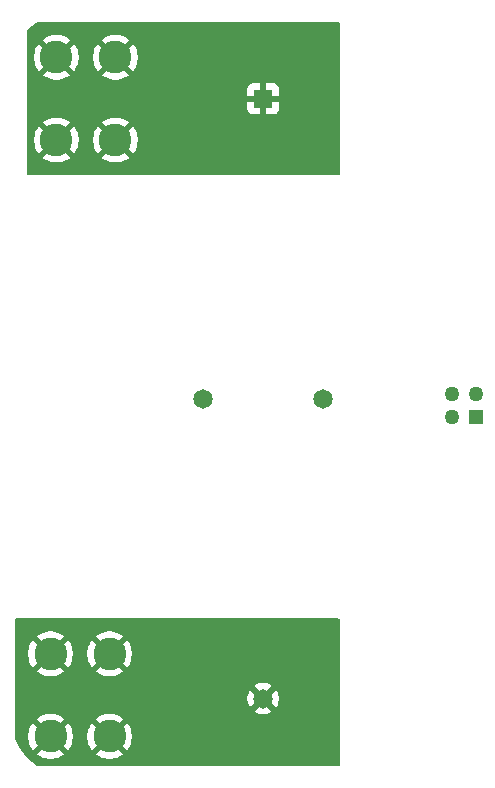
<source format=gbr>
%TF.GenerationSoftware,KiCad,Pcbnew,9.0.1*%
%TF.CreationDate,2025-05-24T18:06:33+02:00*%
%TF.ProjectId,main,6d61696e-2e6b-4696-9361-645f70636258,1.0*%
%TF.SameCoordinates,Original*%
%TF.FileFunction,Copper,L2,Bot*%
%TF.FilePolarity,Positive*%
%FSLAX46Y46*%
G04 Gerber Fmt 4.6, Leading zero omitted, Abs format (unit mm)*
G04 Created by KiCad (PCBNEW 9.0.1) date 2025-05-24 18:06:33*
%MOMM*%
%LPD*%
G01*
G04 APERTURE LIST*
%TA.AperFunction,ComponentPad*%
%ADD10C,2.775000*%
%TD*%
%TA.AperFunction,ComponentPad*%
%ADD11C,1.258000*%
%TD*%
%TA.AperFunction,ComponentPad*%
%ADD12R,1.258000X1.258000*%
%TD*%
%TA.AperFunction,ComponentPad*%
%ADD13R,1.650000X1.650000*%
%TD*%
%TA.AperFunction,ComponentPad*%
%ADD14C,1.650000*%
%TD*%
%TA.AperFunction,ViaPad*%
%ADD15C,0.560000*%
%TD*%
G04 APERTURE END LIST*
D10*
%TO.P,J5,1,Pin_1*%
%TO.N,HV-*%
X159000000Y-54000000D03*
X159000000Y-61000000D03*
X164000000Y-54000000D03*
X164000000Y-61000000D03*
%TD*%
%TO.P,J4,1,Pin_1*%
%TO.N,/HV+_dIscharge_resistors*%
X158500000Y-104500000D03*
X158500000Y-111500000D03*
X163500000Y-104500000D03*
X163500000Y-111500000D03*
%TD*%
D11*
%TO.P,J1,1,Pin_1*%
%TO.N,unconnected-(J1-Pin_1-Pad1)*%
X194500000Y-82500000D03*
%TO.P,J1,2,Pin_2*%
%TO.N,SD+*%
X192500000Y-82500000D03*
%TO.P,J1,3,Pin_3*%
%TO.N,GND*%
X192500000Y-84500000D03*
D12*
%TO.P,J1,4,Pin_4*%
%TO.N,unconnected-(J1-Pin_4-Pad4)*%
X194500000Y-84500000D03*
%TD*%
D13*
%TO.P,K2,1*%
%TO.N,HV-*%
X176500000Y-57500000D03*
D14*
%TO.P,K2,2*%
%TO.N,/HV+_dIscharge_resistors*%
X176500000Y-108300000D03*
%TO.P,K2,3*%
%TO.N,SD+*%
X171400000Y-82900000D03*
%TO.P,K2,4*%
%TO.N,GND*%
X181600000Y-82900000D03*
%TD*%
D15*
%TO.N,HV-*%
X169000000Y-52500000D03*
X175000000Y-61500000D03*
X175000000Y-55500000D03*
X169000000Y-61500000D03*
X173500000Y-63000000D03*
X173500000Y-60000000D03*
X173500000Y-55500000D03*
X178000000Y-61500000D03*
X169000000Y-63000000D03*
X170500000Y-52500000D03*
X179500000Y-63000000D03*
X172000000Y-54000000D03*
X176500000Y-55500000D03*
X178000000Y-54000000D03*
X170500000Y-55500000D03*
X178000000Y-63000000D03*
X179500000Y-52500000D03*
X179500000Y-60000000D03*
X175000000Y-52500000D03*
X169000000Y-54000000D03*
X167500000Y-63000000D03*
X181000000Y-54000000D03*
X173500000Y-52500000D03*
X179500000Y-54000000D03*
X170500000Y-54000000D03*
X172000000Y-60000000D03*
X178000000Y-61500000D03*
X169000000Y-60000000D03*
X181000000Y-52500000D03*
X170500000Y-60000000D03*
X179500000Y-52500000D03*
X172000000Y-52500000D03*
X173500000Y-54000000D03*
X176500000Y-60000000D03*
X176500000Y-54000000D03*
X178000000Y-52500000D03*
X181000000Y-55500000D03*
X178000000Y-54000000D03*
X169000000Y-60000000D03*
X178000000Y-55500000D03*
X167500000Y-60000000D03*
X178000000Y-60000000D03*
X178000000Y-60000000D03*
X181000000Y-60000000D03*
X181000000Y-54000000D03*
X179500000Y-61500000D03*
X172000000Y-63000000D03*
X172000000Y-55500000D03*
X175000000Y-54000000D03*
X175000000Y-60000000D03*
X175000000Y-63000000D03*
X179500000Y-60000000D03*
X178000000Y-63000000D03*
X181000000Y-55500000D03*
X176500000Y-63000000D03*
X170500000Y-60000000D03*
X175000000Y-61500000D03*
X178000000Y-60000000D03*
X181000000Y-61500000D03*
X167500000Y-52500000D03*
X167500000Y-54000000D03*
X179500000Y-54000000D03*
X178000000Y-55500000D03*
X176500000Y-61500000D03*
X173500000Y-60000000D03*
X170500000Y-63000000D03*
X172000000Y-61500000D03*
X179500000Y-55500000D03*
X179500000Y-55500000D03*
X181000000Y-63000000D03*
X181000000Y-60000000D03*
X178000000Y-52500000D03*
X173500000Y-61500000D03*
X176500000Y-52500000D03*
X167500000Y-55500000D03*
X169000000Y-55500000D03*
X179500000Y-55500000D03*
X178000000Y-55500000D03*
X179500000Y-54000000D03*
X167500000Y-60000000D03*
X170500000Y-61500000D03*
X172000000Y-60000000D03*
X175000000Y-63000000D03*
X167500000Y-61500000D03*
X178000000Y-54000000D03*
X175000000Y-60000000D03*
X175000000Y-60000000D03*
%TO.N,/HV+_dIscharge_resistors*%
X172000000Y-104500000D03*
X176500000Y-106000000D03*
X179500000Y-103000000D03*
X172000000Y-111500000D03*
X176500000Y-111500000D03*
X179500000Y-110000000D03*
X178000000Y-110000000D03*
X178000000Y-113000000D03*
X170500000Y-113000000D03*
X181000000Y-103000000D03*
X175000000Y-111500000D03*
X173500000Y-111500000D03*
X175000000Y-104500000D03*
X176500000Y-110000000D03*
X170500000Y-104500000D03*
X178000000Y-111500000D03*
X172000000Y-113000000D03*
X175000000Y-106000000D03*
X181000000Y-106000000D03*
X170500000Y-110000000D03*
X172000000Y-103000000D03*
X176500000Y-104500000D03*
X176500000Y-113000000D03*
X175000000Y-110000000D03*
X179500000Y-113000000D03*
X179500000Y-111500000D03*
X181000000Y-110000000D03*
X179500000Y-104500000D03*
X178000000Y-104500000D03*
X178000000Y-106000000D03*
X175000000Y-113000000D03*
X170500000Y-111500000D03*
X181000000Y-111500000D03*
X173500000Y-106000000D03*
X172000000Y-106000000D03*
X161500000Y-108500000D03*
X172000000Y-110000000D03*
X160000000Y-108500000D03*
X176500000Y-103000000D03*
X179500000Y-106000000D03*
X173500000Y-110000000D03*
X181000000Y-113000000D03*
X175000000Y-103000000D03*
X170500000Y-103000000D03*
X161500000Y-107000000D03*
X173500000Y-103000000D03*
X173500000Y-113000000D03*
X160000000Y-107000000D03*
X181000000Y-104500000D03*
X173500000Y-104500000D03*
X170500000Y-106000000D03*
X178000000Y-103000000D03*
%TD*%
%TA.AperFunction,Conductor*%
%TO.N,/HV+_dIscharge_resistors*%
G36*
X182943039Y-101519685D02*
G01*
X182988794Y-101572489D01*
X183000000Y-101624000D01*
X183000000Y-113876000D01*
X182980315Y-113943039D01*
X182927511Y-113988794D01*
X182876000Y-114000000D01*
X157390755Y-114000000D01*
X157373758Y-113995045D01*
X157356292Y-113995115D01*
X157324129Y-113980580D01*
X157251681Y-113934425D01*
X157242821Y-113928221D01*
X156919233Y-113679923D01*
X156910946Y-113672969D01*
X156610232Y-113397416D01*
X156602583Y-113389767D01*
X156327030Y-113089053D01*
X156320077Y-113080767D01*
X156278987Y-113027218D01*
X156278986Y-113027217D01*
X156276880Y-113024473D01*
X156071772Y-112757170D01*
X156065568Y-112748309D01*
X156000472Y-112646129D01*
X155846413Y-112404305D01*
X155841020Y-112394965D01*
X155652674Y-112033155D01*
X155648105Y-112023357D01*
X155509439Y-111688587D01*
X155500000Y-111641134D01*
X155500000Y-111376279D01*
X156612500Y-111376279D01*
X156612500Y-111623720D01*
X156644795Y-111869014D01*
X156644797Y-111869025D01*
X156708834Y-112108018D01*
X156708837Y-112108028D01*
X156803518Y-112336607D01*
X156803523Y-112336618D01*
X156927229Y-112550881D01*
X156927235Y-112550889D01*
X157000315Y-112646129D01*
X157691497Y-111954947D01*
X157781505Y-112089653D01*
X157910347Y-112218495D01*
X158045051Y-112308501D01*
X157353869Y-112999683D01*
X157449110Y-113072764D01*
X157449118Y-113072770D01*
X157663381Y-113196476D01*
X157663392Y-113196481D01*
X157891971Y-113291162D01*
X157891981Y-113291165D01*
X158130974Y-113355202D01*
X158130985Y-113355204D01*
X158376279Y-113387499D01*
X158376294Y-113387500D01*
X158623706Y-113387500D01*
X158623720Y-113387499D01*
X158869014Y-113355204D01*
X158869025Y-113355202D01*
X159108018Y-113291165D01*
X159108028Y-113291162D01*
X159336607Y-113196481D01*
X159336618Y-113196476D01*
X159550881Y-113072770D01*
X159550899Y-113072758D01*
X159646129Y-112999684D01*
X159646129Y-112999682D01*
X158954948Y-112308501D01*
X159089653Y-112218495D01*
X159218495Y-112089653D01*
X159308501Y-111954948D01*
X159999682Y-112646129D01*
X159999684Y-112646129D01*
X160072758Y-112550899D01*
X160072770Y-112550881D01*
X160196476Y-112336618D01*
X160196481Y-112336607D01*
X160291162Y-112108028D01*
X160291165Y-112108018D01*
X160355202Y-111869025D01*
X160355204Y-111869014D01*
X160387499Y-111623720D01*
X160387500Y-111623706D01*
X160387500Y-111376293D01*
X160387499Y-111376279D01*
X161612500Y-111376279D01*
X161612500Y-111623720D01*
X161644795Y-111869014D01*
X161644797Y-111869025D01*
X161708834Y-112108018D01*
X161708837Y-112108028D01*
X161803518Y-112336607D01*
X161803523Y-112336618D01*
X161927229Y-112550881D01*
X161927235Y-112550889D01*
X162000315Y-112646129D01*
X162691497Y-111954947D01*
X162781505Y-112089653D01*
X162910347Y-112218495D01*
X163045051Y-112308501D01*
X162353869Y-112999683D01*
X162449110Y-113072764D01*
X162449118Y-113072770D01*
X162663381Y-113196476D01*
X162663392Y-113196481D01*
X162891971Y-113291162D01*
X162891981Y-113291165D01*
X163130974Y-113355202D01*
X163130985Y-113355204D01*
X163376279Y-113387499D01*
X163376294Y-113387500D01*
X163623706Y-113387500D01*
X163623720Y-113387499D01*
X163869014Y-113355204D01*
X163869025Y-113355202D01*
X164108018Y-113291165D01*
X164108028Y-113291162D01*
X164336607Y-113196481D01*
X164336618Y-113196476D01*
X164550881Y-113072770D01*
X164550899Y-113072758D01*
X164646129Y-112999684D01*
X164646129Y-112999682D01*
X163954948Y-112308501D01*
X164089653Y-112218495D01*
X164218495Y-112089653D01*
X164308501Y-111954948D01*
X164999682Y-112646129D01*
X164999684Y-112646129D01*
X165072758Y-112550899D01*
X165072770Y-112550881D01*
X165196476Y-112336618D01*
X165196481Y-112336607D01*
X165291162Y-112108028D01*
X165291165Y-112108018D01*
X165355202Y-111869025D01*
X165355204Y-111869014D01*
X165387499Y-111623720D01*
X165387500Y-111623706D01*
X165387500Y-111376293D01*
X165387499Y-111376279D01*
X165355204Y-111130985D01*
X165355202Y-111130974D01*
X165291165Y-110891981D01*
X165291162Y-110891971D01*
X165196481Y-110663392D01*
X165196476Y-110663381D01*
X165072770Y-110449118D01*
X165072764Y-110449110D01*
X164999683Y-110353869D01*
X164308501Y-111045051D01*
X164218495Y-110910347D01*
X164089653Y-110781505D01*
X163954948Y-110691497D01*
X164646129Y-110000315D01*
X164550889Y-109927235D01*
X164550881Y-109927229D01*
X164336618Y-109803523D01*
X164336607Y-109803518D01*
X164108028Y-109708837D01*
X164108018Y-109708834D01*
X163869025Y-109644797D01*
X163869014Y-109644795D01*
X163623720Y-109612500D01*
X163376279Y-109612500D01*
X163130985Y-109644795D01*
X163130974Y-109644797D01*
X162891981Y-109708834D01*
X162891971Y-109708837D01*
X162663392Y-109803518D01*
X162663381Y-109803523D01*
X162449118Y-109927229D01*
X162449101Y-109927240D01*
X162353869Y-110000314D01*
X162353869Y-110000315D01*
X163045051Y-110691497D01*
X162910347Y-110781505D01*
X162781505Y-110910347D01*
X162691497Y-111045051D01*
X162000315Y-110353869D01*
X162000314Y-110353869D01*
X161927240Y-110449101D01*
X161927229Y-110449118D01*
X161803523Y-110663381D01*
X161803518Y-110663392D01*
X161708837Y-110891971D01*
X161708834Y-110891981D01*
X161644797Y-111130974D01*
X161644795Y-111130985D01*
X161612500Y-111376279D01*
X160387499Y-111376279D01*
X160355204Y-111130985D01*
X160355202Y-111130974D01*
X160291165Y-110891981D01*
X160291162Y-110891971D01*
X160196481Y-110663392D01*
X160196476Y-110663381D01*
X160072770Y-110449118D01*
X160072764Y-110449110D01*
X159999683Y-110353869D01*
X159308501Y-111045051D01*
X159218495Y-110910347D01*
X159089653Y-110781505D01*
X158954948Y-110691497D01*
X159646129Y-110000315D01*
X159550889Y-109927235D01*
X159550881Y-109927229D01*
X159336618Y-109803523D01*
X159336607Y-109803518D01*
X159108028Y-109708837D01*
X159108018Y-109708834D01*
X158869025Y-109644797D01*
X158869014Y-109644795D01*
X158623720Y-109612500D01*
X158376279Y-109612500D01*
X158130985Y-109644795D01*
X158130974Y-109644797D01*
X157891981Y-109708834D01*
X157891971Y-109708837D01*
X157663392Y-109803518D01*
X157663381Y-109803523D01*
X157449118Y-109927229D01*
X157449101Y-109927240D01*
X157353869Y-110000314D01*
X157353869Y-110000315D01*
X158045051Y-110691497D01*
X157910347Y-110781505D01*
X157781505Y-110910347D01*
X157691497Y-111045051D01*
X157000315Y-110353869D01*
X157000314Y-110353869D01*
X156927240Y-110449101D01*
X156927229Y-110449118D01*
X156803523Y-110663381D01*
X156803518Y-110663392D01*
X156708837Y-110891971D01*
X156708834Y-110891981D01*
X156644797Y-111130974D01*
X156644795Y-111130985D01*
X156612500Y-111376279D01*
X155500000Y-111376279D01*
X155500000Y-108195720D01*
X175175000Y-108195720D01*
X175175000Y-108404279D01*
X175207626Y-108610272D01*
X175272075Y-108808627D01*
X175366759Y-108994451D01*
X175402627Y-109043818D01*
X175402627Y-109043819D01*
X175976212Y-108470234D01*
X175987482Y-108512292D01*
X176059890Y-108637708D01*
X176162292Y-108740110D01*
X176287708Y-108812518D01*
X176329765Y-108823787D01*
X175756179Y-109397371D01*
X175756180Y-109397372D01*
X175805543Y-109433236D01*
X175805556Y-109433244D01*
X175991372Y-109527924D01*
X176189727Y-109592373D01*
X176395721Y-109625000D01*
X176604279Y-109625000D01*
X176810272Y-109592373D01*
X177008627Y-109527924D01*
X177194451Y-109433240D01*
X177243818Y-109397372D01*
X177243818Y-109397371D01*
X176670234Y-108823787D01*
X176712292Y-108812518D01*
X176837708Y-108740110D01*
X176940110Y-108637708D01*
X177012518Y-108512292D01*
X177023787Y-108470234D01*
X177597371Y-109043818D01*
X177597372Y-109043818D01*
X177633240Y-108994451D01*
X177727924Y-108808627D01*
X177792373Y-108610272D01*
X177825000Y-108404279D01*
X177825000Y-108195720D01*
X177792373Y-107989727D01*
X177727924Y-107791372D01*
X177633244Y-107605556D01*
X177633236Y-107605543D01*
X177597372Y-107556180D01*
X177597371Y-107556179D01*
X177023787Y-108129764D01*
X177012518Y-108087708D01*
X176940110Y-107962292D01*
X176837708Y-107859890D01*
X176712292Y-107787482D01*
X176670233Y-107776212D01*
X177243819Y-107202627D01*
X177194451Y-107166759D01*
X177008627Y-107072075D01*
X176810272Y-107007626D01*
X176604279Y-106975000D01*
X176395721Y-106975000D01*
X176189727Y-107007626D01*
X175991372Y-107072075D01*
X175805552Y-107166757D01*
X175756180Y-107202627D01*
X176329766Y-107776212D01*
X176287708Y-107787482D01*
X176162292Y-107859890D01*
X176059890Y-107962292D01*
X175987482Y-108087708D01*
X175976212Y-108129765D01*
X175402627Y-107556180D01*
X175366757Y-107605552D01*
X175272075Y-107791372D01*
X175207626Y-107989727D01*
X175175000Y-108195720D01*
X155500000Y-108195720D01*
X155500000Y-104376279D01*
X156612500Y-104376279D01*
X156612500Y-104623720D01*
X156644795Y-104869014D01*
X156644797Y-104869025D01*
X156708834Y-105108018D01*
X156708837Y-105108028D01*
X156803518Y-105336607D01*
X156803523Y-105336618D01*
X156927229Y-105550881D01*
X156927235Y-105550889D01*
X157000315Y-105646129D01*
X157691497Y-104954947D01*
X157781505Y-105089653D01*
X157910347Y-105218495D01*
X158045051Y-105308501D01*
X157353869Y-105999683D01*
X157449110Y-106072764D01*
X157449118Y-106072770D01*
X157663381Y-106196476D01*
X157663392Y-106196481D01*
X157891971Y-106291162D01*
X157891981Y-106291165D01*
X158130974Y-106355202D01*
X158130985Y-106355204D01*
X158376279Y-106387499D01*
X158376294Y-106387500D01*
X158623706Y-106387500D01*
X158623720Y-106387499D01*
X158869014Y-106355204D01*
X158869025Y-106355202D01*
X159108018Y-106291165D01*
X159108028Y-106291162D01*
X159336607Y-106196481D01*
X159336618Y-106196476D01*
X159550881Y-106072770D01*
X159550899Y-106072758D01*
X159646129Y-105999684D01*
X159646129Y-105999682D01*
X158954948Y-105308501D01*
X159089653Y-105218495D01*
X159218495Y-105089653D01*
X159308501Y-104954948D01*
X159999682Y-105646129D01*
X159999684Y-105646129D01*
X160072758Y-105550899D01*
X160072770Y-105550881D01*
X160196476Y-105336618D01*
X160196481Y-105336607D01*
X160291162Y-105108028D01*
X160291165Y-105108018D01*
X160355202Y-104869025D01*
X160355204Y-104869014D01*
X160387499Y-104623720D01*
X160387500Y-104623706D01*
X160387500Y-104376293D01*
X160387499Y-104376279D01*
X161612500Y-104376279D01*
X161612500Y-104623720D01*
X161644795Y-104869014D01*
X161644797Y-104869025D01*
X161708834Y-105108018D01*
X161708837Y-105108028D01*
X161803518Y-105336607D01*
X161803523Y-105336618D01*
X161927229Y-105550881D01*
X161927235Y-105550889D01*
X162000315Y-105646129D01*
X162691497Y-104954947D01*
X162781505Y-105089653D01*
X162910347Y-105218495D01*
X163045051Y-105308501D01*
X162353869Y-105999683D01*
X162449110Y-106072764D01*
X162449118Y-106072770D01*
X162663381Y-106196476D01*
X162663392Y-106196481D01*
X162891971Y-106291162D01*
X162891981Y-106291165D01*
X163130974Y-106355202D01*
X163130985Y-106355204D01*
X163376279Y-106387499D01*
X163376294Y-106387500D01*
X163623706Y-106387500D01*
X163623720Y-106387499D01*
X163869014Y-106355204D01*
X163869025Y-106355202D01*
X164108018Y-106291165D01*
X164108028Y-106291162D01*
X164336607Y-106196481D01*
X164336618Y-106196476D01*
X164550881Y-106072770D01*
X164550899Y-106072758D01*
X164646129Y-105999684D01*
X164646129Y-105999682D01*
X163954948Y-105308501D01*
X164089653Y-105218495D01*
X164218495Y-105089653D01*
X164308501Y-104954948D01*
X164999682Y-105646129D01*
X164999684Y-105646129D01*
X165072758Y-105550899D01*
X165072770Y-105550881D01*
X165196476Y-105336618D01*
X165196481Y-105336607D01*
X165291162Y-105108028D01*
X165291165Y-105108018D01*
X165355202Y-104869025D01*
X165355204Y-104869014D01*
X165387499Y-104623720D01*
X165387500Y-104623706D01*
X165387500Y-104376293D01*
X165387499Y-104376279D01*
X165355204Y-104130985D01*
X165355202Y-104130974D01*
X165291165Y-103891981D01*
X165291162Y-103891971D01*
X165196481Y-103663392D01*
X165196476Y-103663381D01*
X165072770Y-103449118D01*
X165072764Y-103449110D01*
X164999683Y-103353869D01*
X164308501Y-104045051D01*
X164218495Y-103910347D01*
X164089653Y-103781505D01*
X163954948Y-103691497D01*
X164646129Y-103000315D01*
X164550889Y-102927235D01*
X164550881Y-102927229D01*
X164336618Y-102803523D01*
X164336607Y-102803518D01*
X164108028Y-102708837D01*
X164108018Y-102708834D01*
X163869025Y-102644797D01*
X163869014Y-102644795D01*
X163623720Y-102612500D01*
X163376279Y-102612500D01*
X163130985Y-102644795D01*
X163130974Y-102644797D01*
X162891981Y-102708834D01*
X162891971Y-102708837D01*
X162663392Y-102803518D01*
X162663381Y-102803523D01*
X162449118Y-102927229D01*
X162449101Y-102927240D01*
X162353869Y-103000314D01*
X162353869Y-103000315D01*
X163045051Y-103691497D01*
X162910347Y-103781505D01*
X162781505Y-103910347D01*
X162691497Y-104045051D01*
X162000315Y-103353869D01*
X162000314Y-103353869D01*
X161927240Y-103449101D01*
X161927229Y-103449118D01*
X161803523Y-103663381D01*
X161803518Y-103663392D01*
X161708837Y-103891971D01*
X161708834Y-103891981D01*
X161644797Y-104130974D01*
X161644795Y-104130985D01*
X161612500Y-104376279D01*
X160387499Y-104376279D01*
X160355204Y-104130985D01*
X160355202Y-104130974D01*
X160291165Y-103891981D01*
X160291162Y-103891971D01*
X160196481Y-103663392D01*
X160196476Y-103663381D01*
X160072770Y-103449118D01*
X160072764Y-103449110D01*
X159999683Y-103353869D01*
X159308501Y-104045051D01*
X159218495Y-103910347D01*
X159089653Y-103781505D01*
X158954948Y-103691497D01*
X159646129Y-103000315D01*
X159550889Y-102927235D01*
X159550881Y-102927229D01*
X159336618Y-102803523D01*
X159336607Y-102803518D01*
X159108028Y-102708837D01*
X159108018Y-102708834D01*
X158869025Y-102644797D01*
X158869014Y-102644795D01*
X158623720Y-102612500D01*
X158376279Y-102612500D01*
X158130985Y-102644795D01*
X158130974Y-102644797D01*
X157891981Y-102708834D01*
X157891971Y-102708837D01*
X157663392Y-102803518D01*
X157663381Y-102803523D01*
X157449118Y-102927229D01*
X157449101Y-102927240D01*
X157353869Y-103000314D01*
X157353869Y-103000315D01*
X158045051Y-103691497D01*
X157910347Y-103781505D01*
X157781505Y-103910347D01*
X157691497Y-104045051D01*
X157000315Y-103353869D01*
X157000314Y-103353869D01*
X156927240Y-103449101D01*
X156927229Y-103449118D01*
X156803523Y-103663381D01*
X156803518Y-103663392D01*
X156708837Y-103891971D01*
X156708834Y-103891981D01*
X156644797Y-104130974D01*
X156644795Y-104130985D01*
X156612500Y-104376279D01*
X155500000Y-104376279D01*
X155500000Y-101624000D01*
X155519685Y-101556961D01*
X155572489Y-101511206D01*
X155624000Y-101500000D01*
X182876000Y-101500000D01*
X182943039Y-101519685D01*
G37*
%TD.AperFunction*%
%TD*%
%TA.AperFunction,Conductor*%
%TO.N,HV-*%
G36*
X182943039Y-51019685D02*
G01*
X182988794Y-51072489D01*
X183000000Y-51124000D01*
X183000000Y-63876000D01*
X182980315Y-63943039D01*
X182927511Y-63988794D01*
X182876000Y-64000000D01*
X156624000Y-64000000D01*
X156556961Y-63980315D01*
X156511206Y-63927511D01*
X156500000Y-63876000D01*
X156500000Y-60876279D01*
X157112500Y-60876279D01*
X157112500Y-61123720D01*
X157144795Y-61369014D01*
X157144797Y-61369025D01*
X157208834Y-61608018D01*
X157208837Y-61608028D01*
X157303518Y-61836607D01*
X157303523Y-61836618D01*
X157427229Y-62050881D01*
X157427235Y-62050889D01*
X157500315Y-62146129D01*
X158191497Y-61454947D01*
X158281505Y-61589653D01*
X158410347Y-61718495D01*
X158545051Y-61808501D01*
X157853869Y-62499683D01*
X157949110Y-62572764D01*
X157949118Y-62572770D01*
X158163381Y-62696476D01*
X158163392Y-62696481D01*
X158391971Y-62791162D01*
X158391981Y-62791165D01*
X158630974Y-62855202D01*
X158630985Y-62855204D01*
X158876279Y-62887499D01*
X158876294Y-62887500D01*
X159123706Y-62887500D01*
X159123720Y-62887499D01*
X159369014Y-62855204D01*
X159369025Y-62855202D01*
X159608018Y-62791165D01*
X159608028Y-62791162D01*
X159836607Y-62696481D01*
X159836618Y-62696476D01*
X160050881Y-62572770D01*
X160050899Y-62572758D01*
X160146129Y-62499684D01*
X160146129Y-62499682D01*
X159454948Y-61808501D01*
X159589653Y-61718495D01*
X159718495Y-61589653D01*
X159808501Y-61454948D01*
X160499682Y-62146129D01*
X160499684Y-62146129D01*
X160572758Y-62050899D01*
X160572770Y-62050881D01*
X160696476Y-61836618D01*
X160696481Y-61836607D01*
X160791162Y-61608028D01*
X160791165Y-61608018D01*
X160855202Y-61369025D01*
X160855204Y-61369014D01*
X160887499Y-61123720D01*
X160887500Y-61123706D01*
X160887500Y-60876293D01*
X160887499Y-60876279D01*
X162112500Y-60876279D01*
X162112500Y-61123720D01*
X162144795Y-61369014D01*
X162144797Y-61369025D01*
X162208834Y-61608018D01*
X162208837Y-61608028D01*
X162303518Y-61836607D01*
X162303523Y-61836618D01*
X162427229Y-62050881D01*
X162427235Y-62050889D01*
X162500315Y-62146129D01*
X163191497Y-61454947D01*
X163281505Y-61589653D01*
X163410347Y-61718495D01*
X163545051Y-61808501D01*
X162853869Y-62499683D01*
X162949110Y-62572764D01*
X162949118Y-62572770D01*
X163163381Y-62696476D01*
X163163392Y-62696481D01*
X163391971Y-62791162D01*
X163391981Y-62791165D01*
X163630974Y-62855202D01*
X163630985Y-62855204D01*
X163876279Y-62887499D01*
X163876294Y-62887500D01*
X164123706Y-62887500D01*
X164123720Y-62887499D01*
X164369014Y-62855204D01*
X164369025Y-62855202D01*
X164608018Y-62791165D01*
X164608028Y-62791162D01*
X164836607Y-62696481D01*
X164836618Y-62696476D01*
X165050881Y-62572770D01*
X165050899Y-62572758D01*
X165146129Y-62499684D01*
X165146129Y-62499682D01*
X164454948Y-61808501D01*
X164589653Y-61718495D01*
X164718495Y-61589653D01*
X164808501Y-61454948D01*
X165499682Y-62146129D01*
X165499684Y-62146129D01*
X165572758Y-62050899D01*
X165572770Y-62050881D01*
X165696476Y-61836618D01*
X165696481Y-61836607D01*
X165791162Y-61608028D01*
X165791165Y-61608018D01*
X165855202Y-61369025D01*
X165855204Y-61369014D01*
X165887499Y-61123720D01*
X165887500Y-61123706D01*
X165887500Y-60876293D01*
X165887499Y-60876279D01*
X165855204Y-60630985D01*
X165855202Y-60630974D01*
X165791165Y-60391981D01*
X165791162Y-60391971D01*
X165696481Y-60163392D01*
X165696476Y-60163381D01*
X165572770Y-59949118D01*
X165572764Y-59949110D01*
X165499683Y-59853869D01*
X164808501Y-60545051D01*
X164718495Y-60410347D01*
X164589653Y-60281505D01*
X164454948Y-60191497D01*
X165146129Y-59500315D01*
X165050889Y-59427235D01*
X165050881Y-59427229D01*
X164836618Y-59303523D01*
X164836607Y-59303518D01*
X164608028Y-59208837D01*
X164608018Y-59208834D01*
X164369025Y-59144797D01*
X164369014Y-59144795D01*
X164123720Y-59112500D01*
X163876279Y-59112500D01*
X163630985Y-59144795D01*
X163630974Y-59144797D01*
X163391981Y-59208834D01*
X163391971Y-59208837D01*
X163163392Y-59303518D01*
X163163381Y-59303523D01*
X162949118Y-59427229D01*
X162949101Y-59427240D01*
X162853869Y-59500314D01*
X162853869Y-59500315D01*
X163545051Y-60191497D01*
X163410347Y-60281505D01*
X163281505Y-60410347D01*
X163191497Y-60545051D01*
X162500315Y-59853869D01*
X162500314Y-59853869D01*
X162427240Y-59949101D01*
X162427229Y-59949118D01*
X162303523Y-60163381D01*
X162303518Y-60163392D01*
X162208837Y-60391971D01*
X162208834Y-60391981D01*
X162144797Y-60630974D01*
X162144795Y-60630985D01*
X162112500Y-60876279D01*
X160887499Y-60876279D01*
X160855204Y-60630985D01*
X160855202Y-60630974D01*
X160791165Y-60391981D01*
X160791162Y-60391971D01*
X160696481Y-60163392D01*
X160696476Y-60163381D01*
X160572770Y-59949118D01*
X160572764Y-59949110D01*
X160499683Y-59853869D01*
X159808501Y-60545051D01*
X159718495Y-60410347D01*
X159589653Y-60281505D01*
X159454948Y-60191497D01*
X160146129Y-59500315D01*
X160050889Y-59427235D01*
X160050881Y-59427229D01*
X159836618Y-59303523D01*
X159836607Y-59303518D01*
X159608028Y-59208837D01*
X159608018Y-59208834D01*
X159369025Y-59144797D01*
X159369014Y-59144795D01*
X159123720Y-59112500D01*
X158876279Y-59112500D01*
X158630985Y-59144795D01*
X158630974Y-59144797D01*
X158391981Y-59208834D01*
X158391971Y-59208837D01*
X158163392Y-59303518D01*
X158163381Y-59303523D01*
X157949118Y-59427229D01*
X157949101Y-59427240D01*
X157853869Y-59500314D01*
X157853869Y-59500315D01*
X158545051Y-60191497D01*
X158410347Y-60281505D01*
X158281505Y-60410347D01*
X158191497Y-60545051D01*
X157500315Y-59853869D01*
X157500314Y-59853869D01*
X157427240Y-59949101D01*
X157427229Y-59949118D01*
X157303523Y-60163381D01*
X157303518Y-60163392D01*
X157208837Y-60391971D01*
X157208834Y-60391981D01*
X157144797Y-60630974D01*
X157144795Y-60630985D01*
X157112500Y-60876279D01*
X156500000Y-60876279D01*
X156500000Y-56627155D01*
X175175000Y-56627155D01*
X175175000Y-57250000D01*
X176009252Y-57250000D01*
X175987482Y-57287708D01*
X175950000Y-57427591D01*
X175950000Y-57572409D01*
X175987482Y-57712292D01*
X176009252Y-57750000D01*
X175175000Y-57750000D01*
X175175000Y-58372844D01*
X175181401Y-58432372D01*
X175181403Y-58432379D01*
X175231645Y-58567086D01*
X175231649Y-58567093D01*
X175317809Y-58682187D01*
X175317812Y-58682190D01*
X175432906Y-58768350D01*
X175432913Y-58768354D01*
X175567620Y-58818596D01*
X175567627Y-58818598D01*
X175627155Y-58824999D01*
X175627172Y-58825000D01*
X176250000Y-58825000D01*
X176250000Y-57990747D01*
X176287708Y-58012518D01*
X176427591Y-58050000D01*
X176572409Y-58050000D01*
X176712292Y-58012518D01*
X176750000Y-57990747D01*
X176750000Y-58825000D01*
X177372828Y-58825000D01*
X177372844Y-58824999D01*
X177432372Y-58818598D01*
X177432379Y-58818596D01*
X177567086Y-58768354D01*
X177567093Y-58768350D01*
X177682187Y-58682190D01*
X177682190Y-58682187D01*
X177768350Y-58567093D01*
X177768354Y-58567086D01*
X177818596Y-58432379D01*
X177818598Y-58432372D01*
X177824999Y-58372844D01*
X177825000Y-58372827D01*
X177825000Y-57750000D01*
X176990748Y-57750000D01*
X177012518Y-57712292D01*
X177050000Y-57572409D01*
X177050000Y-57427591D01*
X177012518Y-57287708D01*
X176990748Y-57250000D01*
X177825000Y-57250000D01*
X177825000Y-56627172D01*
X177824999Y-56627155D01*
X177818598Y-56567627D01*
X177818596Y-56567620D01*
X177768354Y-56432913D01*
X177768350Y-56432906D01*
X177682190Y-56317812D01*
X177682187Y-56317809D01*
X177567093Y-56231649D01*
X177567086Y-56231645D01*
X177432379Y-56181403D01*
X177432372Y-56181401D01*
X177372844Y-56175000D01*
X176750000Y-56175000D01*
X176750000Y-57009252D01*
X176712292Y-56987482D01*
X176572409Y-56950000D01*
X176427591Y-56950000D01*
X176287708Y-56987482D01*
X176250000Y-57009252D01*
X176250000Y-56175000D01*
X175627155Y-56175000D01*
X175567627Y-56181401D01*
X175567620Y-56181403D01*
X175432913Y-56231645D01*
X175432906Y-56231649D01*
X175317812Y-56317809D01*
X175317809Y-56317812D01*
X175231649Y-56432906D01*
X175231645Y-56432913D01*
X175181403Y-56567620D01*
X175181401Y-56567627D01*
X175175000Y-56627155D01*
X156500000Y-56627155D01*
X156500000Y-53876279D01*
X157112500Y-53876279D01*
X157112500Y-54123720D01*
X157144795Y-54369014D01*
X157144797Y-54369025D01*
X157208834Y-54608018D01*
X157208837Y-54608028D01*
X157303518Y-54836607D01*
X157303523Y-54836618D01*
X157427229Y-55050881D01*
X157427235Y-55050889D01*
X157500315Y-55146129D01*
X158191497Y-54454947D01*
X158281505Y-54589653D01*
X158410347Y-54718495D01*
X158545051Y-54808501D01*
X157853869Y-55499683D01*
X157949110Y-55572764D01*
X157949118Y-55572770D01*
X158163381Y-55696476D01*
X158163392Y-55696481D01*
X158391971Y-55791162D01*
X158391981Y-55791165D01*
X158630974Y-55855202D01*
X158630985Y-55855204D01*
X158876279Y-55887499D01*
X158876294Y-55887500D01*
X159123706Y-55887500D01*
X159123720Y-55887499D01*
X159369014Y-55855204D01*
X159369025Y-55855202D01*
X159608018Y-55791165D01*
X159608028Y-55791162D01*
X159836607Y-55696481D01*
X159836618Y-55696476D01*
X160050881Y-55572770D01*
X160050899Y-55572758D01*
X160146129Y-55499684D01*
X160146129Y-55499682D01*
X159454948Y-54808501D01*
X159589653Y-54718495D01*
X159718495Y-54589653D01*
X159808501Y-54454948D01*
X160499682Y-55146129D01*
X160499684Y-55146129D01*
X160572758Y-55050899D01*
X160572770Y-55050881D01*
X160696476Y-54836618D01*
X160696481Y-54836607D01*
X160791162Y-54608028D01*
X160791165Y-54608018D01*
X160855202Y-54369025D01*
X160855204Y-54369014D01*
X160887499Y-54123720D01*
X160887500Y-54123706D01*
X160887500Y-53876293D01*
X160887499Y-53876279D01*
X162112500Y-53876279D01*
X162112500Y-54123720D01*
X162144795Y-54369014D01*
X162144797Y-54369025D01*
X162208834Y-54608018D01*
X162208837Y-54608028D01*
X162303518Y-54836607D01*
X162303523Y-54836618D01*
X162427229Y-55050881D01*
X162427235Y-55050889D01*
X162500315Y-55146129D01*
X163191497Y-54454947D01*
X163281505Y-54589653D01*
X163410347Y-54718495D01*
X163545051Y-54808501D01*
X162853869Y-55499683D01*
X162949110Y-55572764D01*
X162949118Y-55572770D01*
X163163381Y-55696476D01*
X163163392Y-55696481D01*
X163391971Y-55791162D01*
X163391981Y-55791165D01*
X163630974Y-55855202D01*
X163630985Y-55855204D01*
X163876279Y-55887499D01*
X163876294Y-55887500D01*
X164123706Y-55887500D01*
X164123720Y-55887499D01*
X164369014Y-55855204D01*
X164369025Y-55855202D01*
X164608018Y-55791165D01*
X164608028Y-55791162D01*
X164836607Y-55696481D01*
X164836618Y-55696476D01*
X165050881Y-55572770D01*
X165050899Y-55572758D01*
X165146129Y-55499684D01*
X165146129Y-55499682D01*
X164454948Y-54808501D01*
X164589653Y-54718495D01*
X164718495Y-54589653D01*
X164808501Y-54454948D01*
X165499682Y-55146129D01*
X165499684Y-55146129D01*
X165572758Y-55050899D01*
X165572770Y-55050881D01*
X165696476Y-54836618D01*
X165696481Y-54836607D01*
X165791162Y-54608028D01*
X165791165Y-54608018D01*
X165855202Y-54369025D01*
X165855204Y-54369014D01*
X165887499Y-54123720D01*
X165887500Y-54123706D01*
X165887500Y-53876293D01*
X165887499Y-53876279D01*
X165855204Y-53630985D01*
X165855202Y-53630974D01*
X165791165Y-53391981D01*
X165791162Y-53391971D01*
X165696481Y-53163392D01*
X165696476Y-53163381D01*
X165572770Y-52949118D01*
X165572764Y-52949110D01*
X165499683Y-52853869D01*
X164808501Y-53545051D01*
X164718495Y-53410347D01*
X164589653Y-53281505D01*
X164454948Y-53191497D01*
X165146129Y-52500315D01*
X165050889Y-52427235D01*
X165050881Y-52427229D01*
X164836618Y-52303523D01*
X164836607Y-52303518D01*
X164608028Y-52208837D01*
X164608018Y-52208834D01*
X164369025Y-52144797D01*
X164369014Y-52144795D01*
X164123720Y-52112500D01*
X163876279Y-52112500D01*
X163630985Y-52144795D01*
X163630974Y-52144797D01*
X163391981Y-52208834D01*
X163391971Y-52208837D01*
X163163392Y-52303518D01*
X163163381Y-52303523D01*
X162949118Y-52427229D01*
X162949101Y-52427240D01*
X162853869Y-52500314D01*
X162853869Y-52500315D01*
X163545051Y-53191497D01*
X163410347Y-53281505D01*
X163281505Y-53410347D01*
X163191497Y-53545051D01*
X162500315Y-52853869D01*
X162500314Y-52853869D01*
X162427240Y-52949101D01*
X162427229Y-52949118D01*
X162303523Y-53163381D01*
X162303518Y-53163392D01*
X162208837Y-53391971D01*
X162208834Y-53391981D01*
X162144797Y-53630974D01*
X162144795Y-53630985D01*
X162112500Y-53876279D01*
X160887499Y-53876279D01*
X160855204Y-53630985D01*
X160855202Y-53630974D01*
X160791165Y-53391981D01*
X160791162Y-53391971D01*
X160696481Y-53163392D01*
X160696476Y-53163381D01*
X160572770Y-52949118D01*
X160572764Y-52949110D01*
X160499683Y-52853869D01*
X159808501Y-53545051D01*
X159718495Y-53410347D01*
X159589653Y-53281505D01*
X159454948Y-53191497D01*
X160146129Y-52500315D01*
X160050889Y-52427235D01*
X160050881Y-52427229D01*
X159836618Y-52303523D01*
X159836607Y-52303518D01*
X159608028Y-52208837D01*
X159608018Y-52208834D01*
X159369025Y-52144797D01*
X159369014Y-52144795D01*
X159123720Y-52112500D01*
X158876279Y-52112500D01*
X158630985Y-52144795D01*
X158630974Y-52144797D01*
X158391981Y-52208834D01*
X158391971Y-52208837D01*
X158163392Y-52303518D01*
X158163381Y-52303523D01*
X157949118Y-52427229D01*
X157949101Y-52427240D01*
X157853869Y-52500314D01*
X157853869Y-52500315D01*
X158545051Y-53191497D01*
X158410347Y-53281505D01*
X158281505Y-53410347D01*
X158191497Y-53545051D01*
X157500315Y-52853869D01*
X157500314Y-52853869D01*
X157427240Y-52949101D01*
X157427229Y-52949118D01*
X157303523Y-53163381D01*
X157303518Y-53163392D01*
X157208837Y-53391971D01*
X157208834Y-53391981D01*
X157144797Y-53630974D01*
X157144795Y-53630985D01*
X157112500Y-53876279D01*
X156500000Y-53876279D01*
X156500000Y-51770402D01*
X156507912Y-51743456D01*
X156512679Y-51715779D01*
X156518575Y-51707141D01*
X156519685Y-51703363D01*
X156532572Y-51686636D01*
X156602594Y-51610220D01*
X156610220Y-51602594D01*
X156910955Y-51327021D01*
X156919224Y-51320083D01*
X157242832Y-51071770D01*
X157251671Y-51065580D01*
X157324130Y-51019418D01*
X157390755Y-51000000D01*
X182876000Y-51000000D01*
X182943039Y-51019685D01*
G37*
%TD.AperFunction*%
%TD*%
M02*

</source>
